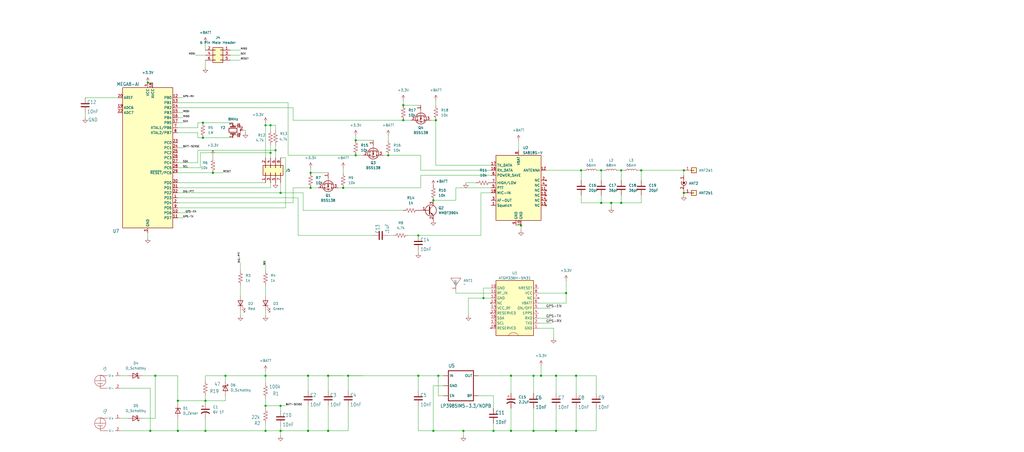
<source format=kicad_sch>
(kicad_sch (version 20231120) (generator "eeschema") (generator_version "8.0")
  (paper "User" 519.176 229.133)
  (junction (at 104.14 203.2))
  (junction (at 220.98 60.96))
  (junction (at 114.3 190.5))
  (junction (at 157.48 95.25))
  (junction (at 173.99 95.25))
  (junction (at 212.09 190.5))
  (junction (at 180.34 71.12))
  (junction (at 281.94 218.44))
  (junction (at 259.08 190.5))
  (junction (at 134.62 218.44))
  (junction (at 142.24 97.79))
  (junction (at 325.12 86.36))
  (junction (at 102.87 69.85))
  (junction (at 176.53 190.5))
  (junction (at 234.95 218.44))
  (junction (at 139.7 76.2))
  (junction (at 219.71 218.44))
  (junction (at 309.88 102.87))
  (junction (at 142.24 218.44))
  (junction (at 259.08 218.44))
  (junction (at 196.85 78.74))
  (junction (at 274.32 190.5))
  (junction (at 78.74 190.5))
  (junction (at 292.1 218.44))
  (junction (at 250.19 218.44))
  (junction (at 142.24 205.74))
  (junction (at 102.87 62.23))
  (junction (at 204.47 53.34))
  (junction (at 287.02 148.59))
  (junction (at 166.37 190.5))
  (junction (at 270.51 218.44))
  (junction (at 137.16 77.47))
  (junction (at 281.94 190.5))
  (junction (at 90.17 203.2))
  (junction (at 90.17 218.44))
  (junction (at 270.51 190.5))
  (junction (at 134.62 190.5))
  (junction (at 304.8 86.36))
  (junction (at 134.62 205.74))
  (junction (at 107.95 87.63))
  (junction (at 314.96 102.87))
  (junction (at 104.14 218.44))
  (junction (at 292.1 190.5))
  (junction (at 222.25 190.5))
  (junction (at 156.21 218.44))
  (junction (at 74.93 41.91))
  (junction (at 245.11 151.13))
  (junction (at 346.71 97.79))
  (junction (at 137.16 63.5))
  (junction (at 157.48 87.63))
  (junction (at 180.34 78.74))
  (junction (at 204.47 60.96))
  (junction (at 264.16 114.3))
  (junction (at 304.8 102.87))
  (junction (at 76.2 218.44))
  (junction (at 212.09 119.38))
  (junction (at 156.21 190.5))
  (junction (at 346.71 86.36))
  (junction (at 314.96 86.36))
  (junction (at 294.64 86.36))
  (junction (at 134.62 63.5))
  (junction (at 219.71 101.6))
  (junction (at 166.37 218.44))
  (wire (pts (xy 245.11 146.05) (xy 245.11 151.13)))
  (wire (pts (xy 157.48 85.09) (xy 157.48 87.63)))
  (wire (pts (xy 196.85 68.58) (xy 196.85 71.12)))
  (wire (pts (xy 142.24 218.44) (xy 142.24 215.9)) (stroke (width 0.1524)))
  (wire (pts (xy 124.46 66.04) (xy 124.46 67.31)))
  (wire (pts (xy 294.64 99.06) (xy 294.64 102.87)))
  (wire (pts (xy 78.74 190.5) (xy 90.17 190.5)))
  (wire (pts (xy 100.33 76.2) (xy 139.7 76.2)) (stroke (width 0.1524)))
  (wire (pts (xy 142.24 205.74) (xy 144.78 205.74)) (stroke (width 0.1524)))
  (wire (pts (xy 274.32 190.5) (xy 270.51 190.5)) (stroke (width 0.1524)))
  (wire (pts (xy 60.96 190.5) (xy 64.77 190.5)))
  (wire (pts (xy 90.17 110.49) (xy 92.71 110.49)) (stroke (width 0.1524)))
  (wire (pts (xy 294.64 86.36) (xy 295.91 86.36)))
  (wire (pts (xy 90.17 102.87) (xy 148.59 102.87)))
  (wire (pts (xy 157.48 95.25) (xy 161.29 95.25)))
  (wire (pts (xy 176.53 190.5) (xy 212.09 190.5)) (stroke (width 0.1524)))
  (wire (pts (xy 294.64 102.87) (xy 304.8 102.87)))
  (wire (pts (xy 121.92 157.48) (xy 121.92 160.02)))
  (wire (pts (xy 273.05 148.59) (xy 287.02 148.59)))
  (wire (pts (xy 204.47 50.8) (xy 204.47 53.34)))
  (wire (pts (xy 180.34 78.74) (xy 146.05 78.74)))
  (wire (pts (xy 250.19 214.63) (xy 250.19 218.44)) (stroke (width 0.1524)))
  (wire (pts (xy 212.09 127) (xy 212.09 128.27)))
  (wire (pts (xy 224.79 195.58) (xy 219.71 195.58)) (stroke (width 0.1524)))
  (wire (pts (xy 43.18 49.53) (xy 59.69 49.53)))
  (wire (pts (xy 90.17 49.53) (xy 92.71 49.53)) (stroke (width 0.1524)))
  (wire (pts (xy 142.24 218.44) (xy 143.51 218.44)))
  (wire (pts (xy 304.8 86.36) (xy 306.07 86.36)))
  (wire (pts (xy 90.17 203.2) (xy 104.14 203.2)))
  (wire (pts (xy 292.1 207.01) (xy 292.1 218.44)))
  (wire (pts (xy 134.62 190.5) (xy 134.62 194.31)) (stroke (width 0.1524)))
  (wire (pts (xy 104.14 200.66) (xy 104.14 203.2)))
  (wire (pts (xy 220.98 60.96) (xy 220.98 83.82)))
  (wire (pts (xy 146.05 52.07) (xy 146.05 78.74)))
  (wire (pts (xy 248.92 86.36) (xy 213.36 86.36)))
  (wire (pts (xy 90.17 64.77) (xy 100.33 64.77)))
  (wire (pts (xy 218.44 60.96) (xy 220.98 60.96)))
  (wire (pts (xy 270.51 199.39) (xy 270.51 190.5)) (stroke (width 0.1524)))
  (wire (pts (xy 102.87 69.85) (xy 100.33 69.85)))
  (wire (pts (xy 142.24 208.28) (xy 142.24 205.74)) (stroke (width 0.1524)))
  (wire (pts (xy 134.62 214.63) (xy 134.62 218.44)) (stroke (width 0.1524)))
  (wire (pts (xy 273.05 156.21) (xy 279.4 156.21)))
  (wire (pts (xy 134.62 190.5) (xy 156.21 190.5)) (stroke (width 0.1524)))
  (wire (pts (xy 273.05 163.83) (xy 279.4 163.83)))
  (wire (pts (xy 189.23 119.38) (xy 151.13 119.38)) (stroke (width 0.1524)))
  (wire (pts (xy 90.17 57.15) (xy 92.71 57.15)) (stroke (width 0.1524)))
  (wire (pts (xy 259.08 190.5) (xy 270.51 190.5)) (stroke (width 0.1524)))
  (wire (pts (xy 74.93 118.11) (xy 74.93 120.65)))
  (wire (pts (xy 116.84 27.94) (xy 121.92 27.94)) (stroke (width 0.1524)))
  (wire (pts (xy 304.8 86.36) (xy 304.8 91.44)))
  (wire (pts (xy 274.32 190.5) (xy 281.94 190.5)) (stroke (width 0.1524)))
  (wire (pts (xy 281.94 207.01) (xy 281.94 218.44)) (stroke (width 0.1524)))
  (wire (pts (xy 116.84 30.48) (xy 121.92 30.48)) (stroke (width 0.1524)))
  (wire (pts (xy 137.16 92.71) (xy 137.16 95.25)) (stroke (width 0.1524)))
  (wire (pts (xy 273.05 161.29) (xy 279.4 161.29)))
  (wire (pts (xy 219.71 195.58) (xy 219.71 218.44)) (stroke (width 0.1524)))
  (wire (pts (xy 90.17 82.55) (xy 100.33 82.55)) (stroke (width 0.1524)))
  (wire (pts (xy 287.02 153.67) (xy 287.02 148.59)))
  (wire (pts (xy 90.17 54.61) (xy 148.59 54.61)))
  (wire (pts (xy 304.8 102.87) (xy 309.88 102.87)))
  (wire (pts (xy 134.62 63.5) (xy 137.16 63.5)))
  (wire (pts (xy 176.53 205.74) (xy 176.53 218.44)))
  (wire (pts (xy 100.33 82.55) (xy 100.33 76.2)) (stroke (width 0.1524)))
  (wire (pts (xy 303.53 86.36) (xy 304.8 86.36)))
  (wire (pts (xy 243.84 119.38) (xy 212.09 119.38)) (stroke (width 0.1524)))
  (wire (pts (xy 207.01 119.38) (xy 212.09 119.38)) (stroke (width 0.1524)))
  (wire (pts (xy 231.14 101.6) (xy 231.14 95.25)))
  (wire (pts (xy 114.3 203.2) (xy 104.14 203.2)))
  (wire (pts (xy 213.36 95.25) (xy 213.36 88.9)))
  (wire (pts (xy 224.79 190.5) (xy 222.25 190.5)) (stroke (width 0.1524)))
  (wire (pts (xy 204.47 60.96) (xy 208.28 60.96)))
  (wire (pts (xy 123.19 66.04) (xy 124.46 66.04)))
  (wire (pts (xy 134.62 205.74) (xy 142.24 205.74)) (stroke (width 0.1524)))
  (wire (pts (xy 325.12 102.87) (xy 314.96 102.87)))
  (wire (pts (xy 100.33 62.23) (xy 102.87 62.23)))
  (wire (pts (xy 90.17 218.44) (xy 104.14 218.44)))
  (wire (pts (xy 270.51 218.44) (xy 281.94 218.44)) (stroke (width 0.1524)))
  (wire (pts (xy 142.24 218.44) (xy 156.21 218.44)) (stroke (width 0.1524)))
  (wire (pts (xy 166.37 205.74) (xy 166.37 218.44)))
  (wire (pts (xy 302.26 199.39) (xy 302.26 190.5)))
  (wire (pts (xy 176.53 190.5) (xy 176.53 198.12)))
  (wire (pts (xy 219.71 218.44) (xy 212.09 218.44)) (stroke (width 0.1524)))
  (wire (pts (xy 276.86 86.36) (xy 294.64 86.36)))
  (wire (pts (xy 90.17 212.09) (xy 90.17 218.44)))
  (wire (pts (xy 137.16 63.5) (xy 139.7 63.5)))
  (wire (pts (xy 274.32 185.42) (xy 274.32 190.5)) (stroke (width 0.1524)))
  (wire (pts (xy 157.48 87.63) (xy 166.37 87.63)))
  (wire (pts (xy 309.88 102.87) (xy 309.88 105.41)))
  (wire (pts (xy 245.11 151.13) (xy 248.92 151.13)))
  (wire (pts (xy 314.96 102.87) (xy 309.88 102.87)))
  (wire (pts (xy 90.17 100.33) (xy 151.13 100.33)))
  (wire (pts (xy 90.17 204.47) (xy 90.17 203.2)))
  (wire (pts (xy 262.89 71.12) (xy 262.89 76.2)))
  (wire (pts (xy 224.79 200.66) (xy 222.25 200.66)) (stroke (width 0.1524)))
  (wire (pts (xy 323.85 86.36) (xy 325.12 86.36)))
  (wire (pts (xy 137.16 63.5) (xy 137.16 66.04)))
  (wire (pts (xy 243.84 119.38) (xy 243.84 97.79)) (stroke (width 0.1524)))
  (wire (pts (xy 313.69 86.36) (xy 314.96 86.36)))
  (wire (pts (xy 90.17 74.93) (xy 92.71 74.93)) (stroke (width 0.1524)))
  (wire (pts (xy 134.62 201.93) (xy 134.62 203.2)))
  (wire (pts (xy 121.92 144.78) (xy 121.92 149.86)) (stroke (width 0.1524)))
  (wire (pts (xy 114.3 190.5) (xy 129.54 190.5)))
  (wire (pts (xy 212.09 190.5) (xy 212.09 198.12)) (stroke (width 0.1524)))
  (wire (pts (xy 156.21 218.44) (xy 166.37 218.44)))
  (wire (pts (xy 166.37 190.5) (xy 173.99 190.5)))
  (wire (pts (xy 180.34 68.58) (xy 180.34 71.12)))
  (wire (pts (xy 142.24 218.44) (xy 142.24 220.98)))
  (wire (pts (xy 137.16 77.47) (xy 137.16 80.01)))
  (wire (pts (xy 346.71 86.36) (xy 325.12 86.36)))
  (wire (pts (xy 156.21 190.5) (xy 166.37 190.5)) (stroke (width 0.1524)))
  (wire (pts (xy 173.99 85.09) (xy 173.99 87.63)))
  (wire (pts (xy 213.36 88.9) (xy 248.92 88.9)))
  (wire (pts (xy 194.31 78.74) (xy 196.85 78.74)))
  (wire (pts (xy 129.54 190.5) (xy 134.62 190.5)) (stroke (width 0.1524)))
  (wire (pts (xy 166.37 190.5) (xy 176.53 190.5)) (stroke (width 0.1524)))
  (wire (pts (xy 72.39 212.09) (xy 78.74 212.09)))
  (wire (pts (xy 104.14 212.09) (xy 104.14 218.44)))
  (wire (pts (xy 222.25 200.66) (xy 222.25 190.5)) (stroke (width 0.1524)))
  (wire (pts (xy 43.18 57.15) (xy 43.18 59.69)))
  (wire (pts (xy 242.57 200.66) (xy 250.19 200.66)) (stroke (width 0.1524)))
  (wire (pts (xy 156.21 198.12) (xy 156.21 190.5)) (stroke (width 0.1524)))
  (wire (pts (xy 151.13 119.38) (xy 151.13 100.33)))
  (wire (pts (xy 196.85 78.74) (xy 213.36 78.74)))
  (wire (pts (xy 180.34 78.74) (xy 184.15 78.74)))
  (wire (pts (xy 104.14 193.04) (xy 104.14 190.5)))
  (wire (pts (xy 248.92 83.82) (xy 220.98 83.82)))
  (wire (pts (xy 134.62 137.16) (xy 134.62 132.08)) (stroke (width 0.1524)))
  (wire (pts (xy 121.92 137.16) (xy 121.92 133.35)) (stroke (width 0.1524)))
  (wire (pts (xy 292.1 190.5) (xy 292.1 199.39)))
  (wire (pts (xy 134.62 187.96) (xy 134.62 190.5)) (stroke (width 0.1524)))
  (wire (pts (xy 76.2 218.44) (xy 90.17 218.44)))
  (wire (pts (xy 60.96 196.85) (xy 76.2 196.85)))
  (wire (pts (xy 90.17 87.63) (xy 107.95 87.63)))
  (wire (pts (xy 90.17 59.69) (xy 92.71 59.69)) (stroke (width 0.1524)))
  (wire (pts (xy 76.2 196.85) (xy 76.2 218.44)))
  (wire (pts (xy 102.87 62.23) (xy 118.11 62.23)))
  (wire (pts (xy 74.93 41.91) (xy 77.47 41.91)))
  (wire (pts (xy 236.22 92.71) (xy 241.3 92.71)))
  (wire (pts (xy 346.71 97.79) (xy 346.71 99.06)))
  (wire (pts (xy 292.1 218.44) (xy 281.94 218.44)))
  (wire (pts (xy 134.62 205.74) (xy 134.62 203.2)) (stroke (width 0.1524)))
  (wire (pts (xy 302.26 207.01) (xy 302.26 218.44)))
  (wire (pts (xy 90.17 67.31) (xy 100.33 67.31)))
  (wire (pts (xy 148.59 95.25) (xy 157.48 95.25)))
  (wire (pts (xy 156.21 205.74) (xy 156.21 218.44)) (stroke (width 0.1524)))
  (wire (pts (xy 90.17 203.2) (xy 90.17 190.5)))
  (wire (pts (xy 114.3 200.66) (xy 114.3 203.2)))
  (wire (pts (xy 134.62 157.48) (xy 134.62 160.02)))
  (wire (pts (xy 104.14 190.5) (xy 114.3 190.5)))
  (wire (pts (xy 280.67 166.37) (xy 280.67 171.45)))
  (wire (pts (xy 114.3 193.04) (xy 114.3 190.5)))
  (wire (pts (xy 304.8 99.06) (xy 304.8 102.87)))
  (wire (pts (xy 237.49 151.13) (xy 245.11 151.13)))
  (wire (pts (xy 104.14 21.59) (xy 104.14 25.4)))
  (wire (pts (xy 242.57 190.5) (xy 259.08 190.5)) (stroke (width 0.1524)))
  (wire (pts (xy 144.78 80.01) (xy 142.24 80.01)))
  (wire (pts (xy 139.7 66.04) (xy 139.7 63.5)))
  (wire (pts (xy 142.24 97.79) (xy 153.67 97.79)))
  (wire (pts (xy 294.64 86.36) (xy 294.64 91.44)))
  (wire (pts (xy 346.71 96.52) (xy 346.71 97.79)))
  (wire (pts (xy 222.25 190.5) (xy 212.09 190.5)) (stroke (width 0.1524)))
  (wire (pts (xy 90.17 105.41) (xy 144.78 105.41)))
  (wire (pts (xy 234.95 218.44) (xy 250.19 218.44)) (stroke (width 0.1524)))
  (wire (pts (xy 314.96 99.06) (xy 314.96 102.87)))
  (wire (pts (xy 259.08 190.5) (xy 259.08 199.39)))
  (wire (pts (xy 78.74 190.5) (xy 78.74 212.09)))
  (wire (pts (xy 261.62 114.3) (xy 264.16 114.3)))
  (wire (pts (xy 259.08 218.44) (xy 270.51 218.44)) (stroke (width 0.1524)))
  (wire (pts (xy 219.71 101.6) (xy 231.14 101.6)))
  (wire (pts (xy 166.37 190.5) (xy 166.37 198.12)))
  (wire (pts (xy 346.71 88.9) (xy 346.71 86.36)))
  (wire (pts (xy 248.92 146.05) (xy 245.11 146.05)))
  (wire (pts (xy 180.34 71.12) (xy 189.23 71.12)))
  (wire (pts (xy 148.59 102.87) (xy 148.59 95.25)))
  (wire (pts (xy 273.05 166.37) (xy 280.67 166.37)))
  (wire (pts (xy 270.51 218.44) (xy 281.94 218.44)))
  (wire (pts (xy 90.17 107.95) (xy 96.52 107.95)))
  (wire (pts (xy 90.17 52.07) (xy 146.05 52.07)))
  (wire (pts (xy 104.14 34.29) (xy 104.14 30.48)))
  (wire (pts (xy 128.27 218.44) (xy 134.62 218.44)) (stroke (width 0.1524)))
  (wire (pts (xy 204.47 106.68) (xy 153.67 106.68)))
  (wire (pts (xy 142.24 92.71) (xy 142.24 97.79)))
  (wire (pts (xy 90.17 85.09) (xy 101.6 85.09)) (stroke (width 0.1524)))
  (wire (pts (xy 204.47 53.34) (xy 213.36 53.34)))
  (wire (pts (xy 287.02 148.59) (xy 287.02 142.24)))
  (wire (pts (xy 107.95 87.63) (xy 113.03 87.63)) (stroke (width 0.1524)))
  (wire (pts (xy 302.26 218.44) (xy 292.1 218.44)))
  (wire (pts (xy 144.78 105.41) (xy 144.78 80.01)))
  (wire (pts (xy 104.14 27.94) (xy 99.06 27.94)) (stroke (width 0.1524)))
  (wire (pts (xy 166.37 218.44) (xy 176.53 218.44)))
  (wire (pts (xy 231.14 148.59) (xy 231.14 147.32)))
  (wire (pts (xy 139.7 73.66) (xy 139.7 76.2)))
  (wire (pts (xy 148.59 54.61) (xy 148.59 60.96)))
  (wire (pts (xy 220.98 50.8) (xy 220.98 53.34)))
  (wire (pts (xy 250.19 200.66) (xy 250.19 207.01)) (stroke (width 0.1524)))
  (wire (pts (xy 104.14 203.2) (xy 104.14 204.47)))
  (wire (pts (xy 100.33 64.77) (xy 100.33 62.23)))
  (wire (pts (xy 248.92 148.59) (xy 231.14 148.59)))
  (wire (pts (xy 137.16 73.66) (xy 137.16 77.47)))
  (wire (pts (xy 104.14 218.44) (xy 128.27 218.44)))
  (wire (pts (xy 234.95 218.44) (xy 234.95 220.98)))
  (wire (pts (xy 116.84 25.4) (xy 121.92 25.4)) (stroke (width 0.1524)))
  (wire (pts (xy 107.95 78.74) (xy 107.95 80.01)))
  (wire (pts (xy 90.17 92.71) (xy 134.62 92.71)) (stroke (width 0.1524)))
  (wire (pts (xy 270.51 207.01) (xy 270.51 218.44)) (stroke (width 0.1524)))
  (wire (pts (xy 100.33 69.85) (xy 100.33 67.31)))
  (wire (pts (xy 173.99 95.25) (xy 213.36 95.25)))
  (wire (pts (xy 243.84 97.79) (xy 248.92 97.79)))
  (wire (pts (xy 134.62 63.5) (xy 134.62 80.01)))
  (wire (pts (xy 139.7 76.2) (xy 139.7 80.01)))
  (wire (pts (xy 325.12 99.06) (xy 325.12 102.87)))
  (wire (pts (xy 314.96 86.36) (xy 314.96 91.44)))
  (wire (pts (xy 212.09 218.44) (xy 212.09 205.74)) (stroke (width 0.1524)))
  (wire (pts (xy 134.62 62.23) (xy 134.62 63.5)))
  (wire (pts (xy 302.26 190.5) (xy 292.1 190.5)))
  (wire (pts (xy 264.16 114.3) (xy 264.16 116.84)))
  (wire (pts (xy 60.96 218.44) (xy 76.2 218.44)))
  (wire (pts (xy 325.12 91.44) (xy 325.12 86.36)))
  (wire (pts (xy 142.24 218.44) (xy 134.62 218.44)) (stroke (width 0.1524)))
  (wire (pts (xy 102.87 69.85) (xy 118.11 69.85)))
  (wire (pts (xy 60.96 212.09) (xy 64.77 212.09)))
  (wire (pts (xy 101.6 77.47) (xy 137.16 77.47)) (stroke (width 0.1524)))
  (wire (pts (xy 171.45 95.25) (xy 173.99 95.25)))
  (wire (pts (xy 196.85 119.38) (xy 199.39 119.38)) (stroke (width 0.1524)))
  (wire (pts (xy 134.62 144.78) (xy 134.62 149.86)) (stroke (width 0.1524)))
  (wire (pts (xy 237.49 151.13) (xy 237.49 160.02)))
  (wire (pts (xy 176.53 190.5) (xy 184.15 190.5)))
  (wire (pts (xy 153.67 106.68) (xy 153.67 97.79)))
  (wire (pts (xy 213.36 86.36) (xy 213.36 78.74)))
  (wire (pts (xy 101.6 85.09) (xy 101.6 77.47)) (stroke (width 0.1524)))
  (wire (pts (xy 281.94 190.5) (xy 281.94 199.39)) (stroke (width 0.1524)))
  (wire (pts (xy 259.08 207.01) (xy 259.08 218.44)))
  (wire (pts (xy 292.1 190.5) (xy 281.94 190.5)))
  (wire (pts (xy 148.59 60.96) (xy 204.47 60.96)))
  (wire (pts (xy 248.92 95.25) (xy 231.14 95.25)))
  (wire (pts (xy 314.96 86.36) (xy 316.23 86.36)))
  (wire (pts (xy 90.17 62.23) (xy 92.71 62.23)) (stroke (width 0.1524)))
  (wire (pts (xy 219.71 218.44) (xy 234.95 218.44)) (stroke (width 0.1524)))
  (wire (pts (xy 134.62 205.74) (xy 134.62 207.01)))
  (wire (pts (xy 90.17 97.79) (xy 142.24 97.79)))
  (wire (pts (xy 72.39 190.5) (xy 78.74 190.5)))
  (wire (pts (xy 273.05 153.67) (xy 287.02 153.67)))
  (wire (pts (xy 250.19 218.44) (xy 259.08 218.44)) (stroke (width 0.1524)))
  (wire (pts (xy 90.17 95.25) (xy 137.16 95.25)) (stroke (width 0.1524)))
  (label "MISO" (at 121.92 25.4 0) (effects (font (size 0.889 0.889))))
  (label "GPS-RX" (at 276.86 163.83 0))
  (label "DIG-PTT" (at 121.92 133.35 90) (effects (font (size 0.889 0.889))))
  (label "RESET" (at 113.03 87.63 0) (effects (font (size 0.889 0.889))))
  (label "SCK" (at 134.62 132.08 270) (effects (font (size 0.7112 0.7112))))
  (label "BATT-SENSE" (at 92.71 74.93 0) (effects (font (size 0.889 0.889))))
  (label "SDA" (at 92.71 82.55 0) (effects (font (size 0.889 0.889))))
  (label "GPS-EN" (at 93.98 107.95 0) (effects (font (size 0.889 0.889))))
  (label "GPS-TX" (at 92.71 110.49 0) (effects (font (size 0.889 0.889))))
  (label "DIG-PTT" (at 92.71 97.79 0) (effects (font (size 0.889 0.889))))
  (label "BATT-SENSE" (at 144.78 205.74 0) (effects (font (size 0.889 0.889))))
  (label "MOSI" (at 99.06 27.94 180) (effects (font (size 0.889 0.889))))
  (label "SCK" (at 92.71 62.23 0) (effects (font (size 0.889 0.889))))
  (label "GPS-TX" (at 276.86 161.29 0))
  (label "GPS-EN" (at 276.86 156.21 0))
  (label "MISO" (at 92.71 59.69 0) (effects (font (size 0.889 0.889))))
  (label "GPS-RX" (at 92.71 49.53 0) (effects (font (size 0.889 0.889))))
  (label "SCL" (at 92.71 85.09 0) (effects (font (size 0.889 0.889))))
  (label "MOSI" (at 92.71 57.15 0) (effects (font (size 0.889 0.889))))
  (label "RESET" (at 121.92 30.48 0) (effects (font (size 0.889 0.889))))
  (label "SCK" (at 121.92 27.94 0) (effects (font (size 0.889 0.889))))
  (symbol (lib_id "power:+3.3V") (at 107.95 78.74 0) (unit 1)
    (property "Reference" "#PWR09" (effects (hide yes)))
    (property "Value" "+3.3V" (at 107.95 73.66 0))
    (property "Description" "Power symbol creates a global label with name \"+3.3V\"" (effects (hide yes)))
  )
  (symbol (lib_id "Device:LED") (at 134.62 153.67 90) (unit 1)
    (property "Reference" "D3" (at 138.43 153.9874 90) (effects (justify right)))
    (property "Value" "Green" (at 138.43 156.5274 90) (effects (justify right)))
    (property "Footprint" "Diode_SMD:D_0805_2012Metric" (effects (hide yes)))
    (property "Description" "Light emitting diode" (effects (hide yes)))
    (property "Digikey" "160-1169-1-ND" (effects (hide yes)))
  )
  (symbol (lib_id "Device:R_US") (at 173.99 91.44 180) (unit 1)
    (property "Reference" "R9" (at 176.53 90.1699 0) (effects (justify right)))
    (property "Value" "10k" (at 176.53 92.7099 0) (effects (justify right)))
    (property "Footprint" "Resistor_SMD:R_0805_2012Metric" (effects (hide yes)))
    (property "Description" "Resistor, US symbol" (effects (hide yes)))
    (property "Digikey" "311-10KARCT-ND" (effects (hide yes)))
  )
  (symbol (lib_id "power:+3.3V") (at 157.48 85.09 0) (unit 1)
    (property "Reference" "#PWR013" (effects (hide yes)))
    (property "Value" "+3.3V" (at 157.48 80.01 0))
    (property "Description" "Power symbol creates a global label with name \"+3.3V\"" (effects (hide yes)))
  )
  (symbol (lib_id "Device:C") (at 142.24 212.09 0) (unit 1)
    (property "Reference" "C10" (at 143.256 211.455 0) (effects (font (size 1.778 1.5113)) (justify left bottom)))
    (property "Value" "10nF" (at 143.256 216.281 0) (effects (font (size 1.778 1.5113)) (justify left bottom)))
    (property "Footprint" "Capacitor_SMD:C_0805_2012Metric" (effects (hide yes)))
    (property "Description" "Unpolarized capacitor" (effects (hide yes)))
    (property "Digikey" "399-1158-1-ND" (effects (hide yes)))
  )
  (symbol (lib_id "power:GND") (at 280.67 171.45 0) (unit 1)
    (property "Reference" "#SUPPLY015" (effects (hide yes)))
    (property "Value" "GND" (effects (hide yes)))
    (property "Description" "Power symbol creates a global label with name \"GND\" , ground" (effects (hide yes)))
  )
  (symbol (lib_id "Transistor_FET:BSS138") (at 213.36 58.42 270) (unit 1)
    (property "Reference" "Q4" (at 213.36 64.77 90))
    (property "Value" "BSS138" (at 213.36 67.31 90))
    (property "Footprint" "Package_TO_SOT_SMD:SOT-23" (effects (hide yes)))
    (property "Datasheet" "https://www.onsemi.com/pub/Collateral/BSS138-D.PDF" (effects (hide yes)))
    (property "Description" "50V Vds, 0.22A Id, N-Channel MOSFET, SOT-23" (effects (hide yes)))
    (property "Digikey" "BSS138TR-ND" (effects (hide yes)))
  )
  (symbol (lib_id "Device:R_US") (at 180.34 74.93 180) (unit 1)
    (property "Reference" "R15" (at 182.88 73.6599 0) (effects (justify right)))
    (property "Value" "10k" (at 182.88 76.1999 0) (effects (justify right)))
    (property "Footprint" "Resistor_SMD:R_0805_2012Metric" (effects (hide yes)))
    (property "Description" "Resistor, US symbol" (effects (hide yes)))
    (property "Digikey" "311-10KARCT-ND" (effects (hide yes)))
  )
  (symbol (lib_id "power:GND") (at 74.93 120.65 0) (unit 1)
    (property "Reference" "#SUPPLY07" (effects (hide yes)))
    (property "Value" "GND" (effects (hide yes)))
    (property "Description" "Power symbol creates a global label with name \"GND\" , ground" (effects (hide yes)))
  )
  (symbol (lib_id "Custom DS:ATGM336H-5N31") (at 260.35 153.67 0) (unit 1)
    (property "Reference" "U1" (at 260.985 138.43 0))
    (property "Value" "ATGM336H-5N31" (at 260.985 140.97 0))
    (property "Footprint" "Custom DS:ATGM336H-5N31" (effects (hide yes)))
    (property "Datasheet" "https://www.tinytronics.nl/product_files/002176_ATGM336H.pdf" (effects (hide yes)))
    (property "Description" "GPS Module" (effects (hide yes)))
    (property "Digikey" "ALIEXPRESS" (effects (hide yes)))
  )
  (symbol (lib_id "Connector_Generic:Conn_01x01") (at 351.79 97.79 0) (unit 1)
    (property "Reference" "ANT2b1" (at 354.33 97.7899 0) (effects (justify left)))
    (property "Value" "Conn_01x01" (effects (hide yes)))
    (property "Footprint" "TestPoint:TestPoint_THTPad_1.5x1.5mm_Drill0.7mm" (effects (hide yes)))
    (property "Description" "Generic connector, single row, 01x01, script generated (kicad-library-utils/schlib/autogen/connector/)" (effects (hide yes)))
  )
  (symbol (lib_id "Transistor_FET:BSS138") (at 166.37 92.71 270) (unit 1)
    (property "Reference" "Q1" (at 166.37 99.06 90))
    (property "Value" "BSS138" (at 166.37 101.6 90))
    (property "Footprint" "Package_TO_SOT_SMD:SOT-23" (effects (hide yes)))
    (property "Datasheet" "https://www.onsemi.com/pub/Collateral/BSS138-D.PDF" (effects (hide yes)))
    (property "Description" "50V Vds, 0.22A Id, N-Channel MOSFET, SOT-23" (effects (hide yes)))
    (property "Digikey" "BSS138TR-ND" (effects (hide yes)))
  )
  (symbol (lib_id "Device:D_Zener") (at 90.17 208.28 270) (unit 1)
    (property "Reference" "D1" (at 92.71 207.0099 90) (effects (justify left)))
    (property "Value" "D_Zener" (at 92.71 209.5499 90) (effects (justify left)))
    (property "Footprint" "Diode_SMD:D_SOD-123" (effects (hide yes)))
    (property "Description" "Zener diode" (effects (hide yes)))
    (property "Digikey" "MMSZ5231B-FDICT-ND" (effects (hide yes)))
  )
  (symbol (lib_id "Device:C") (at 166.37 201.93 0) (unit 1)
    (property "Reference" "C3" (at 167.386 201.295 0) (effects (font (size 1.778 1.5113)) (justify left bottom)))
    (property "Value" "10nF" (at 167.386 206.121 0) (effects (font (size 1.778 1.5113)) (justify left bottom)))
    (property "Footprint" "Capacitor_SMD:C_0805_2012Metric" (effects (hide yes)))
    (property "Description" "Unpolarized capacitor" (effects (hide yes)))
    (property "Digikey" "399-1158-1-ND" (effects (hide yes)))
  )
  (symbol (lib_id "Device:C") (at 325.12 95.25 180) (unit 1)
    (property "Reference" "C19" (at 328.93 93.9799 0) (effects (justify right)))
    (property "Value" "20pF" (at 328.93 96.5199 0) (effects (justify right)))
    (property "Footprint" "Capacitor_SMD:C_0805_2012Metric" (effects (hide yes)))
    (property "Description" "Unpolarized capacitor" (effects (hide yes)))
    (property "Digikey" "712-1381-1-ND" (effects (hide yes)))
  )
  (symbol (lib_id "Device:L") (at 320.04 86.36 90) (unit 1)
    (property "Reference" "L3" (at 320.04 81.28 90))
    (property "Value" "56nH" (at 320.04 83.82 90))
    (property "Footprint" "Inductor_SMD:L_0805_2012Metric" (effects (hide yes)))
    (property "Description" "Inductor" (effects (hide yes)))
    (property "Digikey" "535-11570-1-ND" (effects (hide yes)))
  )
  (symbol (lib_id "power:+3.3V") (at 274.32 185.42 0) (unit 1)
    (property "Reference" "#PWR01" (effects (hide yes)))
    (property "Value" "+3.3V" (at 274.32 180.34 0))
    (property "Description" "Power symbol creates a global label with name \"+3.3V\"" (effects (hide yes)))
  )
  (symbol (lib_id "power:GND") (at 264.16 116.84 0) (unit 1)
    (property "Reference" "#SUPPLY011" (effects (hide yes)))
    (property "Value" "GND" (effects (hide yes)))
    (property "Description" "Power symbol creates a global label with name \"GND\" , ground" (effects (hide yes)))
  )
  (symbol (lib_id "Device:R_US") (at 121.92 140.97 0) (unit 1)
    (property "Reference" "R3" (at 124.46 139.6999 0) (effects (justify left)))
    (property "Value" "1k" (at 124.46 142.2399 0) (effects (justify left)))
    (property "Footprint" "Resistor_SMD:R_0805_2012Metric" (effects (hide yes)))
    (property "Description" "Resistor, US symbol" (effects (hide yes)))
    (property "Digikey" "311-1.0KARCT-ND" (effects (hide yes)))
  )
  (symbol (lib_id "Device:R_US") (at 104.14 196.85 180) (unit 1)
    (property "Reference" "R19" (at 110.998 197.358 0) (effects (font (size 1.778 1.5113)) (justify left bottom)))
    (property "Value" "47" (at 111.76 193.802 0) (effects (font (size 1.778 1.5113)) (justify left bottom)))
    (property "Footprint" "Resistor_SMD:R_2512_6332Metric" (effects (hide yes)))
    (property "Description" "Resistor, US symbol" (effects (hide yes)))
    (property "Digikey" "TBD" (effects (hide yes)))
  )
  (symbol (lib_id "power:GND") (at 124.46 67.31 0) (unit 1)
    (property "Reference" "#SUPPLY08" (effects (hide yes)))
    (property "Value" "GND" (effects (hide yes)))
    (property "Description" "Power symbol creates a global label with name \"GND\" , ground" (effects (hide yes)))
  )
  (symbol (lib_id "Device:C") (at 294.64 95.25 180) (unit 1)
    (property "Reference" "C16" (at 298.45 93.9799 0) (effects (justify right)))
    (property "Value" "20pF" (at 298.45 96.5199 0) (effects (justify right)))
    (property "Footprint" "Capacitor_SMD:C_0805_2012Metric" (effects (hide yes)))
    (property "Description" "Unpolarized capacitor" (effects (hide yes)))
    (property "Digikey" "712-1381-1-ND" (effects (hide yes)))
  )
  (symbol (lib_id "power:GND") (at 142.24 220.98 0) (unit 1)
    (property "Reference" "#SUPPLY06" (effects (hide yes)))
    (property "Value" "GND" (effects (hide yes)))
    (property "Description" "Power symbol creates a global label with name \"GND\" , ground" (effects (hide yes)))
  )
  (symbol (lib_id "Connector_Generic:Conn_02x03_Odd_Even") (at 111.76 27.94 0) (mirror y) (unit 1)
    (property "Reference" "J4" (at 110.49 19.05 0))
    (property "Value" "6 Pin Male Header" (at 110.49 21.59 0))
    (property "Footprint" "Connector_PinHeader_2.54mm:PinHeader_2x03_P2.54mm_Vertical" (effects (hide yes)))
    (property "Description" "Generic connector, double row, 02x03, odd/even pin numbering scheme (row 1 odd numbers, row 2 even numbers), script generated (kicad-library-utils/schlib/autogen/connector/)" (effects (hide yes)))
    (property "Digikey" "732-5394-ND" (effects (hide yes)))
  )
  (symbol (lib_id "Device:C") (at 281.94 203.2 0) (unit 1)
    (property "Reference" "C7" (at 282.956 202.565 0) (effects (font (size 1.778 1.5113)) (justify left bottom)))
    (property "Value" "10nF" (at 282.956 207.391 0) (effects (font (size 1.778 1.5113)) (justify left bottom)))
    (property "Footprint" "Capacitor_SMD:C_0805_2012Metric" (effects (hide yes)))
    (property "Description" "Unpolarized capacitor" (effects (hide yes)))
    (property "Digikey" "399-1158-1-ND" (effects (hide yes)))
  )
  (symbol (lib_id "power:+3.3V") (at 204.47 50.8 0) (unit 1)
    (property "Reference" "#PWR016" (effects (hide yes)))
    (property "Value" "+3.3V" (at 204.47 45.72 0))
    (property "Description" "Power symbol creates a global label with name \"+3.3V\"" (effects (hide yes)))
  )
  (symbol (lib_id "Device:R_US") (at 134.62 210.82 180) (unit 1)
    (property "Reference" "R2" (at 132.08 213.614 0) (effects (font (size 1.778 1.5113)) (justify left bottom)))
    (property "Value" "22k" (at 131.826 210.566 0) (effects (font (size 1.778 1.5113)) (justify left bottom)))
    (property "Footprint" "Resistor_SMD:R_0805_2012Metric" (effects (hide yes)))
    (property "Description" "Resistor, US symbol" (effects (hide yes)))
    (property "Digikey" "311-22KARTR-ND" (effects (hide yes)))
  )
  (symbol (lib_id "power:GND") (at 121.92 160.02 0) (unit 1)
    (property "Reference" "#SUPPLY012" (effects (hide yes)))
    (property "Value" "GND" (effects (hide yes)))
    (property "Description" "Power symbol creates a global label with name \"GND\" , ground" (effects (hide yes)))
  )
  (symbol (lib_id "power:+BATT") (at 219.71 93.98 0) (unit 1)
    (property "Reference" "#PWR05" (effects (hide yes)))
    (property "Value" "+BATT" (at 224.028 91.948 0))
    (property "Description" "Power symbol creates a global label with name \"+BATT\"" (effects (hide yes)))
  )
  (symbol (lib_id "power:+3.3V") (at 134.62 62.23 0) (unit 1)
    (property "Reference" "#PWR011" (effects (hide yes)))
    (property "Value" "+3.3V" (at 130.81 58.166 0))
    (property "Description" "Power symbol creates a global label with name \"+3.3V\"" (effects (hide yes)))
  )
  (symbol (lib_id "power:GND") (at 219.71 111.76 0) (unit 1)
    (property "Reference" "#SUPPLY05" (effects (hide yes)))
    (property "Value" "GND" (effects (hide yes)))
    (property "Description" "Power symbol creates a global label with name \"GND\" , ground" (effects (hide yes)))
  )
  (symbol (lib_id "power:GND") (at 139.7 92.71 0) (unit 1)
    (property "Reference" "#SUPPLY09" (effects (hide yes)))
    (property "Value" "GND" (effects (hide yes)))
    (property "Description" "Power symbol creates a global label with name \"GND\" , ground" (effects (hide yes)))
  )
  (symbol (lib_id "power:+BATT") (at 220.98 50.8 0) (unit 1)
    (property "Reference" "#PWR017" (effects (hide yes)))
    (property "Value" "+BATT" (at 220.98 45.72 0))
    (property "Description" "Power symbol creates a global label with name \"+BATT\"" (effects (hide yes)))
  )
  (symbol (lib_id "Transistor_FET:BSS138") (at 189.23 76.2 270) (unit 1)
    (property "Reference" "Q3" (at 189.23 82.55 90))
    (property "Value" "BSS138" (at 189.23 85.09 90))
    (property "Footprint" "Package_TO_SOT_SMD:SOT-23" (effects (hide yes)))
    (property "Datasheet" "https://www.onsemi.com/pub/Collateral/BSS138-D.PDF" (effects (hide yes)))
    (property "Description" "50V Vds, 0.22A Id, N-Channel MOSFET, SOT-23" (effects (hide yes)))
    (property "Digikey" "BSS138TR-ND" (effects (hide yes)))
  )
  (symbol (lib_id "MCU_Microchip_ATmega:ATmega328P-A") (at 74.93 80.01 0) (unit 1)
    (property "Reference" "U7" (at 57.15 118.11 0) (effects (font (size 1.778 1.5113)) (justify left bottom)))
    (property "Value" "MEGA8-AI" (at 59.182 43.688 0) (effects (font (size 1.778 1.5113)) (justify left bottom)))
    (property "Footprint" "Package_QFP:TQFP-32_7x7mm_P0.8mm" (effects (hide yes)))
    (property "Datasheet" "https://ww1.microchip.com/downloads/en/DeviceDoc/Atmel-7810-Automotive-Microcontrollers-ATmega328P_Datasheet.pdf" (effects (hide yes)))
    (property "Description" "20MHz, 32kB Flash, 2kB SRAM, 1kB EEPROM, TQFP-32" (effects (hide yes)))
    (property "Digikey" "ATMEGA328P-AU-ND" (effects (hide yes)))
  )
  (symbol (lib_id "power:+BATT") (at 196.85 68.58 0) (unit 1)
    (property "Reference" "#PWR015" (effects (hide yes)))
    (property "Value" "+BATT" (at 196.85 63.5 0))
    (property "Description" "Power symbol creates a global label with name \"+BATT\"" (effects (hide yes)))
  )
  (symbol (lib_id "Device:R_US") (at 139.7 69.85 0) (mirror y) (unit 1)
    (property "Reference" "R13" (at 145.796 67.818 0) (effects (justify left)))
    (property "Value" "4.7k" (at 145.796 70.612 0) (effects (justify left)))
    (property "Footprint" "Resistor_SMD:R_0805_2012Metric" (effects (hide yes)))
    (property "Description" "Resistor, US symbol" (effects (hide yes)))
    (property "Digikey" "311-4.7KARCT-ND" (effects (hide yes)))
  )
  (symbol (lib_id "Device:R_US") (at 245.11 92.71 90) (unit 1)
    (property "Reference" "R11" (at 245.11 86.36 90))
    (property "Value" "10k" (at 245.11 88.9 90))
    (property "Footprint" "Resistor_SMD:R_0805_2012Metric" (effects (hide yes)))
    (property "Description" "Resistor, US symbol" (effects (hide yes)))
    (property "Digikey" "311-10KARCT-ND" (effects (hide yes)))
  )
  (symbol (lib_id "Transistor_BJT:MMBT3904") (at 217.17 106.68 0) (unit 1)
    (property "Reference" "Q2" (at 222.25 105.4099 0) (effects (justify left)))
    (property "Value" "MMBT3904" (at 222.25 107.9499 0) (effects (justify left)))
    (property "Footprint" "Package_TO_SOT_SMD:SOT-23" (effects (hide yes)))
    (property "Datasheet" "https://www.onsemi.com/pdf/datasheet/pzt3904-d.pdf" (effects (hide yes)))
    (property "Description" "0.2A Ic, 40V Vce, Small Signal NPN Transistor, SOT-23" (effects (hide yes)))
    (property "Digikey" "MMBT3904TPMSCT-ND" (effects (hide yes)))
  )
  (symbol (lib_id "power:GND") (at 346.71 99.06 0) (unit 1)
    (property "Reference" "#SUPPLY04" (effects (hide yes)))
    (property "Value" "GND" (effects (hide yes)))
    (property "Description" "Power symbol creates a global label with name \"GND\" , ground" (effects (hide yes)))
  )
  (symbol (lib_id "power:+BATT") (at 173.99 85.09 0) (unit 1)
    (property "Reference" "#PWR014" (effects (hide yes)))
    (property "Value" "+BATT" (at 173.99 80.01 0))
    (property "Description" "Power symbol creates a global label with name \"+BATT\"" (effects (hide yes)))
  )
  (symbol (lib_id "Device:R_US") (at 208.28 106.68 90) (unit 1)
    (property "Reference" "R14" (at 208.28 100.33 90))
    (property "Value" "1k" (at 208.28 102.87 90))
    (property "Footprint" "Resistor_SMD:R_0805_2012Metric" (effects (hide yes)))
    (property "Description" "Resistor, US symbol" (effects (hide yes)))
    (property "Digikey" "311-1.0KARCT-ND" (effects (hide yes)))
  )
  (symbol (lib_id "power:+3.3V") (at 180.34 68.58 0) (unit 1)
    (property "Reference" "#PWR06" (effects (hide yes)))
    (property "Value" "+3.3V" (at 180.34 63.5 0))
    (property "Description" "Power symbol creates a global label with name \"+3.3V\"" (effects (hide yes)))
  )
  (symbol (lib_id "power:GND") (at 236.22 92.71 0) (unit 1)
    (property "Reference" "#SUPPLY016" (effects (hide yes)))
    (property "Value" "GND" (effects (hide yes)))
    (property "Description" "Power symbol creates a global label with name \"GND\" , ground" (effects (hide yes)))
  )
  (symbol (lib_id "Device:R_US") (at 196.85 74.93 180) (unit 1)
    (property "Reference" "R16" (at 199.39 73.6599 0) (effects (justify right)))
    (property "Value" "10k" (at 199.39 76.1999 0) (effects (justify right)))
    (property "Footprint" "Resistor_SMD:R_0805_2012Metric" (effects (hide yes)))
    (property "Description" "Resistor, US symbol" (effects (hide yes)))
    (property "Digikey" "311-10KARCT-ND" (effects (hide yes)))
  )
  (symbol (lib_id "Custom DS:DRA818_SA818_Transmitter") (at 262.89 95.25 0) (unit 1)
    (property "Reference" "U2" (at 265.0841 74.93 0) (effects (justify left)))
    (property "Value" "SA818S-V" (at 265.0841 77.47 0) (effects (justify left)))
    (property "Footprint" "Custom DS:DRA818 SA818" (effects (hide yes)))
    (property "Digikey" "ALIEXPRESS" (effects (hide yes)))
  )
  (symbol (lib_id "power:GND") (at 237.49 160.02 0) (unit 1)
    (property "Reference" "#SUPPLY014" (effects (hide yes)))
    (property "Value" "GND" (effects (hide yes)))
    (property "Description" "Power symbol creates a global label with name \"GND\" , ground" (effects (hide yes)))
  )
  (symbol (lib_id "Device:C") (at 250.19 210.82 0) (unit 1)
    (property "Reference" "C11" (at 251.206 210.185 0) (effects (font (size 1.778 1.5113)) (justify left bottom)))
    (property "Value" "10nF" (at 251.206 215.011 0) (effects (font (size 1.778 1.5113)) (justify left bottom)))
    (property "Footprint" "Capacitor_SMD:C_0805_2012Metric" (effects (hide yes)))
    (property "Description" "Unpolarized capacitor" (effects (hide yes)))
    (property "Digikey" "399-1158-1-ND" (effects (hide yes)))
  )
  (symbol (lib_id "Device:C") (at 193.04 119.38 90) (unit 1)
    (property "Reference" "C13" (at 192.405 118.364 0) (effects (font (size 1.778 1.5113)) (justify left bottom)))
    (property "Value" ".1uF" (at 197.231 118.364 0) (effects (font (size 1.778 1.5113)) (justify left bottom)))
    (property "Footprint" "Capacitor_SMD:C_0805_2012Metric" (effects (hide yes)))
    (property "Description" "Unpolarized capacitor" (effects (hide yes)))
  )
  (symbol (lib_id "power:GND") (at 134.62 160.02 0) (unit 1)
    (property "Reference" "#SUPPLY013" (effects (hide yes)))
    (property "Value" "GND" (effects (hide yes)))
    (property "Description" "Power symbol creates a global label with name \"GND\" , ground" (effects (hide yes)))
  )
  (symbol (lib_id "Device:C") (at 176.53 201.93 0) (unit 1)
    (property "Reference" "C4" (at 177.546 201.295 0) (effects (font (size 1.778 1.5113)) (justify left bottom)))
    (property "Value" "10nF" (at 177.546 206.121 0) (effects (font (size 1.778 1.5113)) (justify left bottom)))
    (property "Footprint" "Capacitor_SMD:C_0805_2012Metric" (effects (hide yes)))
    (property "Description" "Unpolarized capacitor" (effects (hide yes)))
    (property "Digikey" "399-1158-1-ND" (effects (hide yes)))
  )
  (symbol (lib_id "Device:C") (at 156.21 201.93 0) (unit 1)
    (property "Reference" "C2" (at 157.226 201.295 0) (effects (font (size 1.778 1.5113)) (justify left bottom)))
    (property "Value" "10nF" (at 157.226 206.121 0) (effects (font (size 1.778 1.5113)) (justify left bottom)))
    (property "Footprint" "Capacitor_SMD:C_0805_2012Metric" (effects (hide yes)))
    (property "Description" "Unpolarized capacitor" (effects (hide yes)))
    (property "Digikey" "399-1158-1-ND" (effects (hide yes)))
  )
  (symbol (lib_id "Device:LED") (at 121.92 153.67 90) (unit 1)
    (property "Reference" "D2" (at 125.73 153.9874 90) (effects (justify right)))
    (property "Value" "Red" (at 125.73 156.5274 90) (effects (justify right)))
    (property "Footprint" "Diode_SMD:D_0805_2012Metric" (effects (hide yes)))
    (property "Description" "Light emitting diode" (effects (hide yes)))
    (property "Digikey" "160-1405-1-ND" (effects (hide yes)))
  )
  (symbol (lib_id "power:GND") (at 212.09 128.27 0) (unit 1)
    (property "Reference" "#SUPPLY01" (effects (hide yes)))
    (property "Value" "GND" (effects (hide yes)))
    (property "Description" "Power symbol creates a global label with name \"GND\" , ground" (effects (hide yes)))
  )
  (symbol (lib_id "Device:L") (at 299.72 86.36 90) (unit 1)
    (property "Reference" "L1" (at 299.72 81.28 90))
    (property "Value" "56nH" (at 299.72 83.82 90))
    (property "Footprint" "Inductor_SMD:L_0805_2012Metric" (effects (hide yes)))
    (property "Description" "Inductor" (effects (hide yes)))
    (property "Digikey" "535-11570-1-ND" (effects (hide yes)))
  )
  (symbol (lib_id "Connector_Generic:Conn_01x01") (at 351.79 86.36 0) (unit 1)
    (property "Reference" "ANT2a1" (at 354.33 86.3599 0) (effects (justify left)))
    (property "Value" "Conn_01x01" (effects (hide yes)))
    (property "Footprint" "Custom DS:Small Test Point Pin" (effects (hide yes)))
    (property "Description" "Generic connector, single row, 01x01, script generated (kicad-library-utils/schlib/autogen/connector/)" (effects (hide yes)))
  )
  (symbol (lib_id "Device:C") (at 304.8 95.25 180) (unit 1)
    (property "Reference" "C17" (at 308.61 93.9799 0) (effects (justify right)))
    (property "Value" "36pF" (at 308.61 96.5199 0) (effects (justify right)))
    (property "Footprint" "Capacitor_SMD:C_0805_2012Metric" (effects (hide yes)))
    (property "Description" "Unpolarized capacitor" (effects (hide yes)))
    (property "Digikey" "478-10473-1-ND" (effects (hide yes)))
  )
  (symbol (lib_id "power:+BATT") (at 262.89 71.12 0) (unit 1)
    (property "Reference" "#PWR07" (effects (hide yes)))
    (property "Value" "+BATT" (at 262.89 66.04 0))
    (property "Description" "Power symbol creates a global label with name \"+BATT\"" (effects (hide yes)))
  )
  (symbol (lib_id "Device:R_US") (at 220.98 57.15 180) (unit 1)
    (property "Reference" "R18" (at 223.52 55.8799 0) (effects (justify right)))
    (property "Value" "10k" (at 223.52 58.4199 0) (effects (justify right)))
    (property "Footprint" "Resistor_SMD:R_0805_2012Metric" (effects (hide yes)))
    (property "Description" "Resistor, US symbol" (effects (hide yes)))
    (property "Digikey" "311-10KARCT-ND" (effects (hide yes)))
  )
  (symbol (lib_id "Device:C") (at 270.51 203.2 0) (unit 1)
    (property "Reference" "C6" (at 271.526 202.565 0) (effects (font (size 1.778 1.5113)) (justify left bottom)))
    (property "Value" "10nF" (at 271.526 207.391 0) (effects (font (size 1.778 1.5113)) (justify left bottom)))
    (property "Footprint" "Capacitor_SMD:C_0805_2012Metric" (effects (hide yes)))
    (property "Description" "Unpolarized capacitor" (effects (hide yes)))
    (property "Digikey" "399-1158-1-ND" (effects (hide yes)))
  )
  (symbol (lib_id "Device:R_US") (at 219.71 97.79 180) (unit 1)
    (property "Reference" "R10" (at 222.25 96.5199 0) (effects (justify right)))
    (property "Value" "10k" (at 222.25 99.0599 0) (effects (justify right)))
    (property "Footprint" "Resistor_SMD:R_0805_2012Metric" (effects (hide yes)))
    (property "Description" "Resistor, US symbol" (effects (hide yes)))
    (property "Digikey" "311-10KARCT-ND" (effects (hide yes)))
  )
  (symbol (lib_id "Device:R_US") (at 137.16 69.85 0) (mirror y) (unit 1)
    (property "Reference" "R12" (at 134.62 68.5799 0) (effects (justify left)))
    (property "Value" "4.7k" (at 133.858 71.12 0) (effects (justify left)))
    (property "Footprint" "Resistor_SMD:R_0805_2012Metric" (effects (hide yes)))
    (property "Description" "Resistor, US symbol" (effects (hide yes)))
    (property "Digikey" "311-4.7KARCT-ND" (effects (hide yes)))
  )
  (symbol (lib_id "Device:R_US") (at 204.47 57.15 180) (unit 1)
    (property "Reference" "R17" (at 207.01 55.8799 0) (effects (justify right)))
    (property "Value" "10k" (at 207.01 58.4199 0) (effects (justify right)))
    (property "Footprint" "Resistor_SMD:R_0805_2012Metric" (effects (hide yes)))
    (property "Description" "Resistor, US symbol" (effects (hide yes)))
    (property "Digikey" "311-10KARCT-ND" (effects (hide yes)))
  )
  (symbol (lib_id "Device:R_US") (at 157.48 91.44 180) (unit 1)
    (property "Reference" "R7" (at 160.02 90.1699 0) (effects (justify right)))
    (property "Value" "10k" (at 160.02 92.7099 0) (effects (justify right)))
    (property "Footprint" "Resistor_SMD:R_0805_2012Metric" (effects (hide yes)))
    (property "Description" "Resistor, US symbol" (effects (hide yes)))
    (property "Digikey" "311-10KARCT-ND" (effects (hide yes)))
  )
  (symbol (lib_id "power:+BATT") (at 104.14 21.59 0) (unit 1)
    (property "Reference" "#PWR04" (effects (hide yes)))
    (property "Value" "+BATT" (at 104.14 16.51 0))
    (property "Description" "Power symbol creates a global label with name \"+BATT\"" (effects (hide yes)))
  )
  (symbol (lib_id "Device:R_US") (at 134.62 140.97 0) (unit 1)
    (property "Reference" "R4" (at 137.16 139.6999 0) (effects (justify left)))
    (property "Value" "1k" (at 137.16 142.2399 0) (effects (justify left)))
    (property "Footprint" "Resistor_SMD:R_0805_2012Metric" (effects (hide yes)))
    (property "Description" "Resistor, US symbol" (effects (hide yes)))
    (property "Digikey" "311-1.0KARCT-ND" (effects (hide yes)))
  )
  (symbol (lib_id "Device:C") (at 292.1 203.2 0) (unit 1)
    (property "Reference" "C8" (at 293.116 202.565 0) (effects (font (size 1.778 1.5113)) (justify left bottom)))
    (property "Value" "10nF" (at 293.116 207.391 0) (effects (font (size 1.778 1.5113)) (justify left bottom)))
    (property "Footprint" "Capacitor_SMD:C_0805_2012Metric" (effects (hide yes)))
    (property "Description" "Unpolarized capacitor" (effects (hide yes)))
    (property "Digikey" "399-1158-1-ND" (effects (hide yes)))
  )
  (symbol (lib_id "Device:C") (at 43.18 53.34 0) (unit 1)
    (property "Reference" "C12" (at 44.196 52.705 0) (effects (font (size 1.778 1.5113)) (justify left bottom)))
    (property "Value" "10nF" (at 44.196 57.531 0) (effects (font (size 1.778 1.5113)) (justify left bottom)))
    (property "Footprint" "Capacitor_SMD:C_0805_2012Metric" (effects (hide yes)))
    (property "Description" "Unpolarized capacitor" (effects (hide yes)))
    (property "Digikey" "399-1158-1-ND" (effects (hide yes)))
  )
  (symbol (lib_id "Connector:Conn_Coaxial_Power") (at 346.71 91.44 0) (unit 1)
    (property "Reference" "ANT2" (at 349.25 92.9639 0) (effects (justify left)))
    (property "Value" "SMA Edge Mount (Optional)" (effects (hide yes)))
    (property "Footprint" "Connector_Coaxial:SMA_Samtec_SMA-J-P-H-ST-EM1_EdgeMount" (effects (hide yes)))
    (property "Description" "coaxial connector (BNC, SMA, SMB, SMC, Cinch/RCA, LEMO, ...)" (effects (hide yes)))
    (property "Digikey" "CON-SMA-EDGE-S-ND" (effects (hide yes)))
  )
  (symbol (lib_id "Device:C") (at 212.09 123.19 0) (unit 1)
    (property "Reference" "C14" (at 213.106 122.555 0) (effects (font (size 1.778 1.5113)) (justify left bottom)))
    (property "Value" "10nF" (at 213.106 127.381 0) (effects (font (size 1.778 1.5113)) (justify left bottom)))
    (property "Footprint" "Capacitor_SMD:C_0805_2012Metric" (effects (hide yes)))
    (property "Description" "Unpolarized capacitor" (effects (hide yes)))
    (property "Digikey" "399-1158-1-ND" (effects (hide yes)))
  )
  (symbol (lib_id "Device:C") (at 302.26 203.2 0) (unit 1)
    (property "Reference" "C9" (at 303.276 202.565 0) (effects (font (size 1.778 1.5113)) (justify left bottom)))
    (property "Value" "10nF" (at 303.276 207.391 0) (effects (font (size 1.778 1.5113)) (justify left bottom)))
    (property "Footprint" "Capacitor_SMD:C_0805_2012Metric" (effects (hide yes)))
    (property "Description" "Unpolarized capacitor" (effects (hide yes)))
    (property "Digikey" "399-1158-1-ND" (effects (hide yes)))
  )
  (symbol (lib_id "Device:C") (at 212.09 201.93 0) (unit 1)
    (property "Reference" "C5" (at 213.106 201.295 0) (effects (font (size 1.778 1.5113)) (justify left bottom)))
    (property "Value" "10nF" (at 213.106 206.121 0) (effects (font (size 1.778 1.5113)) (justify left bottom)))
    (property "Footprint" "Capacitor_SMD:C_0805_2012Metric" (effects (hide yes)))
    (property "Description" "Unpolarized capacitor" (effects (hide yes)))
    (property "Digikey" "399-1158-1-ND" (effects (hide yes)))
  )
  (symbol (lib_id "Device:R_US") (at 102.87 66.04 0) (unit 1)
    (property "Reference" "R5" (at 105.41 64.7699 0) (effects (justify left)))
    (property "Value" "1M" (at 105.41 67.3099 0) (effects (justify left)))
    (property "Footprint" "Resistor_SMD:R_0805_2012Metric" (effects (hide yes)))
    (property "Description" "Resistor, US symbol" (effects (hide yes)))
    (property "Digikey" "311-1.0MARCT-ND" (effects (hide yes)))
  )
  (symbol (lib_id "power:GND") (at 234.95 220.98 0) (unit 1)
    (property "Reference" "#SUPPLY03" (effects (hide yes)))
    (property "Value" "GND" (effects (hide yes)))
    (property "Description" "Power symbol creates a global label with name \"GND\" , ground" (effects (hide yes)))
  )
  (symbol (lib_id "Device:L") (at 309.88 86.36 90) (unit 1)
    (property "Reference" "L2" (at 309.88 81.28 90))
    (property "Value" "68nH" (at 309.88 83.82 90))
    (property "Footprint" "Inductor_SMD:L_0805_2012Metric" (effects (hide yes)))
    (property "Description" "Inductor" (effects (hide yes)))
    (property "Digikey" "535-11572-1-ND" (effects (hide yes)))
  )
  (symbol (lib_id "power:+3.3V") (at 74.93 41.91 0) (unit 1)
    (property "Reference" "#PWR03" (effects (hide yes)))
    (property "Value" "+3.3V" (at 74.93 36.83 0))
    (property "Description" "Power symbol creates a global label with name \"+3.3V\"" (effects (hide yes)))
  )
  (symbol (lib_id "Custom DS:GPS_Antenna") (at 231.14 147.32 0) (unit 1)
    (property "Reference" "ANT1" (at 234.95 142.2399 0) (effects (justify left)))
    (property "Value" "~" (at 234.95 144.145 0) (effects (justify left)))
    (property "Footprint" "Custom DS:Pulse ANT8010LL05R1575A Antenna" (effects (hide yes)))
    (property "Digikey" "553-ANT8010LL05R1575ACT-ND" (effects (hide yes)))
  )
  (symbol (lib_id "Device:D_Schottky") (at 68.58 212.09 180) (unit 1)
    (property "Reference" "D5" (at 68.8975 205.74 0))
    (property "Value" "D_Schottky" (at 68.8975 208.28 0))
    (property "Footprint" "Diode_SMD:D_SMA" (effects (hide yes)))
    (property "Description" "Schottky diode" (effects (hide yes)))
    (property "Digikey" "641-1258-1-ND" (effects (hide yes)))
  )
  (symbol (lib_id "Device:R_US") (at 107.95 83.82 0) (mirror y) (unit 1)
    (property "Reference" "R6" (at 105.41 82.5499 0) (effects (justify left)))
    (property "Value" "10k" (at 105.41 85.0899 0) (effects (justify left)))
    (property "Footprint" "Resistor_SMD:R_0805_2012Metric" (effects (hide yes)))
    (property "Description" "Resistor, US symbol" (effects (hide yes)))
    (property "Digikey" "311-10KARCT-ND" (effects (hide yes)))
  )
  (symbol (lib_id "Connector_Generic:Conn_02x04_Odd_Even") (at 137.16 87.63 90) (unit 1)
    (property "Reference" "J5" (at 144.78 86.3599 90) (effects (justify right)))
    (property "Value" "Conn_02x04_Odd_Even" (effects (hide yes)))
    (property "Footprint" "Connector_PinHeader_2.54mm:PinHeader_2x04_P2.54mm_Vertical" (effects (hide yes)))
    (property "Description" "Generic connector, double row, 02x04, odd/even pin numbering scheme (row 1 odd numbers, row 2 even numbers), script generated (kicad-library-utils/schlib/autogen/connector/)" (effects (hide yes)))
  )
  (symbol (lib_id "ptSolar-eagle-import:SparkFun-PowerIC_V_REG_LDOSMD") (at 234.95 195.58 0) (unit 1)
    (property "Reference" "U5" (at 227.33 186.436 0) (effects (font (size 1.778 1.5113)) (justify left bottom)))
    (property "Value" "LP3985IM5-3.3/NOPB" (at 223.266 206.756 0) (effects (font (size 1.778 1.5113)) (justify left bottom)))
    (property "Footprint" "Package_TO_SOT_SMD:SOT-23-5" (effects (hide yes)))
    (property "Datasheet" "https://www.ti.com/lit/ds/symlink/lp3985.pdf?HQS=dis-dk-null-digikeymode-dsf-pf-null-wwe&ts=1737860010554" (effects (hide yes)))
    (property "Description" "Voltage Regulator LDO Standard 150mA LDO voltage regulator in SOT-23 layout. Micrel part MIC5205. BP (by-pass) pin is used to lower output noise with 470pF cap." (effects (hide yes)))
    (property "Digikey" "LP3985IM5-3.3/NOPBCT-ND" (effects (hide yes)))
  )
  (symbol (lib_id "Device:C") (at 314.96 95.25 180) (unit 1)
    (property "Reference" "C18" (at 318.77 93.9799 0) (effects (justify right)))
    (property "Value" "36pF" (at 318.77 96.5199 0) (effects (justify right)))
    (property "Footprint" "Capacitor_SMD:C_0805_2012Metric" (effects (hide yes)))
    (property "Description" "Unpolarized capacitor" (effects (hide yes)))
    (property "Digikey" "478-10473-1-ND" (effects (hide yes)))
  )
  (symbol (lib_id "power:+BATT") (at 134.62 187.96 0) (unit 1)
    (property "Reference" "#PWR02" (effects (hide yes)))
    (property "Value" "+BATT" (at 134.62 182.88 0))
    (property "Description" "Power symbol creates a global label with name \"+BATT\"" (effects (hide yes)))
  )
  (symbol (lib_id "Device:Resonator") (at 118.11 66.04 90) (unit 1)
    (property "Reference" "Y2" (at 114.3 64.7699 90) (effects (justify left)))
    (property "Value" "8MHz" (at 120.904 60.452 90) (effects (justify left)))
    (property "Footprint" "Crystal:Resonator_SMD_Murata_CSTxExxV-3Pin_3.0x1.1mm" (effects (hide yes)))
    (property "Description" "Three pin ceramic resonator" (effects (hide yes)))
    (property "Digikey" "490-CSTNE8M00G520000R0CT-ND" (effects (hide yes)))
  )
  (symbol (lib_id "Device:R_US") (at 203.2 119.38 90) (unit 1)
    (property "Reference" "R8" (at 203.2 113.03 90))
    (property "Value" "4.7k" (at 203.2 115.57 90))
    (property "Footprint" "Resistor_SMD:R_0805_2012Metric" (effects (hide yes)))
    (property "Description" "Resistor, US symbol" (effects (hide yes)))
    (property "Digikey" "311-4.7KARCT-ND" (effects (hide yes)))
  )
  (symbol (lib_id "Device:D_Schottky") (at 114.3 196.85 270) (unit 1)
    (property "Reference" "D6" (at 116.84 195.2624 90) (effects (justify left)))
    (property "Value" "D_Schottky" (at 116.84 197.8024 90) (effects (justify left)))
    (property "Footprint" "Diode_SMD:D_SMA" (effects (hide yes)))
    (property "Description" "Schottky diode" (effects (hide yes)))
    (property "Digikey" "641-1258-1-ND" (effects (hide yes)))
  )
  (symbol (lib_id "power:GND") (at 43.18 59.69 0) (unit 1)
    (property "Reference" "#SUPPLY017" (effects (hide yes)))
    (property "Value" "GND" (at 44.704 61.722 0) (effects (font (size 1.778 1.5113)) (justify left bottom)))
    (property "Description" "Power symbol creates a global label with name \"GND\" , ground" (effects (hide yes)))
  )
  (symbol (lib_id "Device:D_Schottky") (at 68.58 190.5 180) (unit 1)
    (property "Reference" "D4" (at 68.8975 184.15 0))
    (property "Value" "D_Schottky" (at 68.8975 186.69 0))
    (property "Footprint" "Diode_SMD:D_SMA" (effects (hide yes)))
    (property "Description" "Schottky diode" (effects (hide yes)))
    (property "Digikey" "641-1258-1-ND" (effects (hide yes)))
  )
  (symbol (lib_id "power:GND") (at 104.14 34.29 0) (unit 1)
    (property "Reference" "#SUPPLY020" (effects (hide yes)))
    (property "Value" "GND" (effects (hide yes)))
    (property "Description" "Power symbol creates a global label with name \"GND\" , ground" (effects (hide yes)))
  )
  (symbol (lib_id "Custom DS:PowerFilm_Solar_Panel") (at 57.15 214.63 0) (unit 1)
    (property "Reference" "J2" (at 53.1901 208.28 0))
    (property "Value" "~" (at 53.1901 209.55 0))
    (property "Footprint" "Custom DS:PowerFilm MPT3.6-75" (effects (hide yes)))
    (property "Datasheet" "https://www.powerfilmsolar.com/hubfs/documents/spec%20sheets/electronic%20component%20solar%20panels/electronic%20component%20solar%20panels%20spec%20sheet_classic%20application%20series.pdf" (effects (hide yes)))
  )
  (symbol (lib_id "Device:C_Polarized_US") (at 104.14 208.28 0) (unit 1)
    (property "Reference" "C1" (at 107.95 206.3749 0) (effects (justify left)))
    (property "Value" "6V 1F" (at 107.95 208.9149 0) (effects (justify left)))
    (property "Footprint" "Custom DS:CDS CSP Super Cap 8mm dia" (effects (hide yes)))
    (property "Description" "Polarized capacitor, US symbol" (effects (hide yes)))
    (property "Digikey" "TBD2" (effects (hide yes)))
  )
  (symbol (lib_id "power:GND") (at 309.88 105.41 0) (unit 1)
    (property "Reference" "#SUPPLY019" (effects (hide yes)))
    (property "Value" "GND" (effects (hide yes)))
    (property "Description" "Power symbol creates a global label with name \"GND\" , ground" (effects (hide yes)))
  )
  (symbol (lib_id "Custom DS:PowerFilm_Solar_Panel") (at 57.15 193.04 0) (unit 1)
    (property "Reference" "J1" (at 53.1901 186.69 0))
    (property "Value" "~" (at 53.1901 187.96 0))
    (property "Footprint" "Custom DS:PowerFilm MPT3.6-75" (effects (hide yes)))
    (property "Datasheet" "https://www.powerfilmsolar.com/hubfs/documents/spec%20sheets/electronic%20component%20solar%20panels/electronic%20component%20solar%20panels%20spec%20sheet_classic%20application%20series.pdf" (effects (hide yes)))
  )
  (symbol (lib_id "Device:R_US") (at 134.62 198.12 180) (unit 1)
    (property "Reference" "R1" (at 141.478 198.628 0) (effects (font (size 1.778 1.5113)) (justify left bottom)))
    (property "Value" "100k" (at 142.24 195.072 0) (effects (font (size 1.778 1.5113)) (justify left bottom)))
    (property "Footprint" "Resistor_SMD:R_0805_2012Metric" (effects (hide yes)))
    (property "Description" "Resistor, US symbol" (effects (hide yes)))
    (property "Digikey" "311-100KCRCT-ND" (effects (hide yes)))
  )
  (symbol (lib_id "power:+3.3V") (at 287.02 142.24 0) (unit 1)
    (property "Reference" "#PWR08" (effects (hide yes)))
    (property "Value" "+3.3V" (at 287.02 137.16 0))
    (property "Description" "Power symbol creates a global label with name \"+3.3V\"" (effects (hide yes)))
  )
  (symbol (lib_id "Device:C_Polarized_US") (at 259.08 203.2 0) (unit 1)
    (property "Reference" "C15" (at 262.89 201.2949 0) (effects (justify left)))
    (property "Value" "2.2uF" (at 262.89 203.8349 0) (effects (justify left)))
    (property "Footprint" "Capacitor_SMD:C_0805_2012Metric" (effects (hide yes)))
    (property "Description" "Polarized capacitor, US symbol" (effects (hide yes)))
    (property "Digikey" "445-1420-2-ND" (effects (hide yes)))
  )
)
</source>
